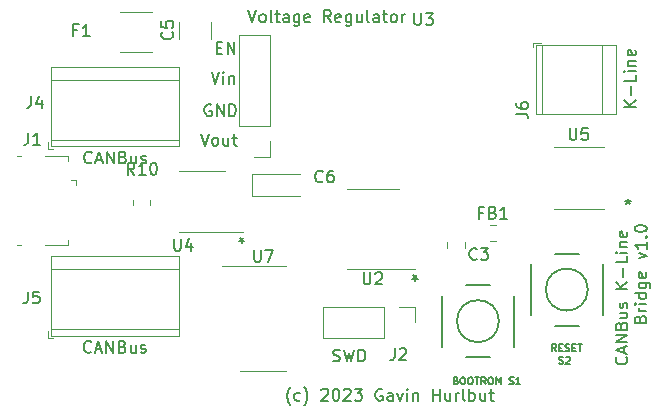
<source format=gbr>
%TF.GenerationSoftware,KiCad,Pcbnew,6.0.11-2627ca5db0~126~ubuntu22.04.1*%
%TF.CreationDate,2023-03-05T23:39:48-05:00*%
%TF.ProjectId,canbus-kline-bridge,63616e62-7573-42d6-9b6c-696e652d6272,1.0*%
%TF.SameCoordinates,Original*%
%TF.FileFunction,Legend,Top*%
%TF.FilePolarity,Positive*%
%FSLAX46Y46*%
G04 Gerber Fmt 4.6, Leading zero omitted, Abs format (unit mm)*
G04 Created by KiCad (PCBNEW 6.0.11-2627ca5db0~126~ubuntu22.04.1) date 2023-03-05 23:39:48*
%MOMM*%
%LPD*%
G01*
G04 APERTURE LIST*
%ADD10C,0.150000*%
%ADD11C,0.127000*%
%ADD12C,0.120000*%
%ADD13C,0.203200*%
G04 APERTURE END LIST*
D10*
X106742142Y-99293809D02*
X106789761Y-99341428D01*
X106837380Y-99484285D01*
X106837380Y-99579523D01*
X106789761Y-99722380D01*
X106694523Y-99817619D01*
X106599285Y-99865238D01*
X106408809Y-99912857D01*
X106265952Y-99912857D01*
X106075476Y-99865238D01*
X105980238Y-99817619D01*
X105885000Y-99722380D01*
X105837380Y-99579523D01*
X105837380Y-99484285D01*
X105885000Y-99341428D01*
X105932619Y-99293809D01*
X106551666Y-98912857D02*
X106551666Y-98436666D01*
X106837380Y-99008095D02*
X105837380Y-98674761D01*
X106837380Y-98341428D01*
X106837380Y-98008095D02*
X105837380Y-98008095D01*
X106837380Y-97436666D01*
X105837380Y-97436666D01*
X106313571Y-96627142D02*
X106361190Y-96484285D01*
X106408809Y-96436666D01*
X106504047Y-96389047D01*
X106646904Y-96389047D01*
X106742142Y-96436666D01*
X106789761Y-96484285D01*
X106837380Y-96579523D01*
X106837380Y-96960476D01*
X105837380Y-96960476D01*
X105837380Y-96627142D01*
X105885000Y-96531904D01*
X105932619Y-96484285D01*
X106027857Y-96436666D01*
X106123095Y-96436666D01*
X106218333Y-96484285D01*
X106265952Y-96531904D01*
X106313571Y-96627142D01*
X106313571Y-96960476D01*
X106170714Y-95531904D02*
X106837380Y-95531904D01*
X106170714Y-95960476D02*
X106694523Y-95960476D01*
X106789761Y-95912857D01*
X106837380Y-95817619D01*
X106837380Y-95674761D01*
X106789761Y-95579523D01*
X106742142Y-95531904D01*
X106789761Y-95103333D02*
X106837380Y-95008095D01*
X106837380Y-94817619D01*
X106789761Y-94722380D01*
X106694523Y-94674761D01*
X106646904Y-94674761D01*
X106551666Y-94722380D01*
X106504047Y-94817619D01*
X106504047Y-94960476D01*
X106456428Y-95055714D01*
X106361190Y-95103333D01*
X106313571Y-95103333D01*
X106218333Y-95055714D01*
X106170714Y-94960476D01*
X106170714Y-94817619D01*
X106218333Y-94722380D01*
X106837380Y-93484285D02*
X105837380Y-93484285D01*
X106837380Y-92912857D02*
X106265952Y-93341428D01*
X105837380Y-92912857D02*
X106408809Y-93484285D01*
X106456428Y-92484285D02*
X106456428Y-91722380D01*
X106837380Y-90770000D02*
X106837380Y-91246190D01*
X105837380Y-91246190D01*
X106837380Y-90436666D02*
X106170714Y-90436666D01*
X105837380Y-90436666D02*
X105885000Y-90484285D01*
X105932619Y-90436666D01*
X105885000Y-90389047D01*
X105837380Y-90436666D01*
X105932619Y-90436666D01*
X106170714Y-89960476D02*
X106837380Y-89960476D01*
X106265952Y-89960476D02*
X106218333Y-89912857D01*
X106170714Y-89817619D01*
X106170714Y-89674761D01*
X106218333Y-89579523D01*
X106313571Y-89531904D01*
X106837380Y-89531904D01*
X106789761Y-88674761D02*
X106837380Y-88770000D01*
X106837380Y-88960476D01*
X106789761Y-89055714D01*
X106694523Y-89103333D01*
X106313571Y-89103333D01*
X106218333Y-89055714D01*
X106170714Y-88960476D01*
X106170714Y-88770000D01*
X106218333Y-88674761D01*
X106313571Y-88627142D01*
X106408809Y-88627142D01*
X106504047Y-89103333D01*
X107923571Y-96079523D02*
X107971190Y-95936666D01*
X108018809Y-95889047D01*
X108114047Y-95841428D01*
X108256904Y-95841428D01*
X108352142Y-95889047D01*
X108399761Y-95936666D01*
X108447380Y-96031904D01*
X108447380Y-96412857D01*
X107447380Y-96412857D01*
X107447380Y-96079523D01*
X107495000Y-95984285D01*
X107542619Y-95936666D01*
X107637857Y-95889047D01*
X107733095Y-95889047D01*
X107828333Y-95936666D01*
X107875952Y-95984285D01*
X107923571Y-96079523D01*
X107923571Y-96412857D01*
X108447380Y-95412857D02*
X107780714Y-95412857D01*
X107971190Y-95412857D02*
X107875952Y-95365238D01*
X107828333Y-95317619D01*
X107780714Y-95222380D01*
X107780714Y-95127142D01*
X108447380Y-94793809D02*
X107780714Y-94793809D01*
X107447380Y-94793809D02*
X107495000Y-94841428D01*
X107542619Y-94793809D01*
X107495000Y-94746190D01*
X107447380Y-94793809D01*
X107542619Y-94793809D01*
X108447380Y-93889047D02*
X107447380Y-93889047D01*
X108399761Y-93889047D02*
X108447380Y-93984285D01*
X108447380Y-94174761D01*
X108399761Y-94270000D01*
X108352142Y-94317619D01*
X108256904Y-94365238D01*
X107971190Y-94365238D01*
X107875952Y-94317619D01*
X107828333Y-94270000D01*
X107780714Y-94174761D01*
X107780714Y-93984285D01*
X107828333Y-93889047D01*
X107780714Y-92984285D02*
X108590238Y-92984285D01*
X108685476Y-93031904D01*
X108733095Y-93079523D01*
X108780714Y-93174761D01*
X108780714Y-93317619D01*
X108733095Y-93412857D01*
X108399761Y-92984285D02*
X108447380Y-93079523D01*
X108447380Y-93270000D01*
X108399761Y-93365238D01*
X108352142Y-93412857D01*
X108256904Y-93460476D01*
X107971190Y-93460476D01*
X107875952Y-93412857D01*
X107828333Y-93365238D01*
X107780714Y-93270000D01*
X107780714Y-93079523D01*
X107828333Y-92984285D01*
X108399761Y-92127142D02*
X108447380Y-92222380D01*
X108447380Y-92412857D01*
X108399761Y-92508095D01*
X108304523Y-92555714D01*
X107923571Y-92555714D01*
X107828333Y-92508095D01*
X107780714Y-92412857D01*
X107780714Y-92222380D01*
X107828333Y-92127142D01*
X107923571Y-92079523D01*
X108018809Y-92079523D01*
X108114047Y-92555714D01*
X107805714Y-90928571D02*
X108472380Y-90690476D01*
X107805714Y-90452380D01*
X108472380Y-89547619D02*
X108472380Y-90119047D01*
X108472380Y-89833333D02*
X107472380Y-89833333D01*
X107615238Y-89928571D01*
X107710476Y-90023809D01*
X107758095Y-90119047D01*
X108377142Y-89119047D02*
X108424761Y-89071428D01*
X108472380Y-89119047D01*
X108424761Y-89166666D01*
X108377142Y-89119047D01*
X108472380Y-89119047D01*
X107472380Y-88452380D02*
X107472380Y-88357142D01*
X107520000Y-88261904D01*
X107567619Y-88214285D01*
X107662857Y-88166666D01*
X107853333Y-88119047D01*
X108091428Y-88119047D01*
X108281904Y-88166666D01*
X108377142Y-88214285D01*
X108424761Y-88261904D01*
X108472380Y-88357142D01*
X108472380Y-88452380D01*
X108424761Y-88547619D01*
X108377142Y-88595238D01*
X108281904Y-88642857D01*
X108091428Y-88690476D01*
X107853333Y-88690476D01*
X107662857Y-88642857D01*
X107567619Y-88595238D01*
X107520000Y-88547619D01*
X107472380Y-88452380D01*
X78309047Y-103363333D02*
X78261428Y-103315714D01*
X78166190Y-103172857D01*
X78118571Y-103077619D01*
X78070952Y-102934761D01*
X78023333Y-102696666D01*
X78023333Y-102506190D01*
X78070952Y-102268095D01*
X78118571Y-102125238D01*
X78166190Y-102030000D01*
X78261428Y-101887142D01*
X78309047Y-101839523D01*
X79118571Y-102934761D02*
X79023333Y-102982380D01*
X78832857Y-102982380D01*
X78737619Y-102934761D01*
X78690000Y-102887142D01*
X78642380Y-102791904D01*
X78642380Y-102506190D01*
X78690000Y-102410952D01*
X78737619Y-102363333D01*
X78832857Y-102315714D01*
X79023333Y-102315714D01*
X79118571Y-102363333D01*
X79451904Y-103363333D02*
X79499523Y-103315714D01*
X79594761Y-103172857D01*
X79642380Y-103077619D01*
X79690000Y-102934761D01*
X79737619Y-102696666D01*
X79737619Y-102506190D01*
X79690000Y-102268095D01*
X79642380Y-102125238D01*
X79594761Y-102030000D01*
X79499523Y-101887142D01*
X79451904Y-101839523D01*
X80928095Y-102077619D02*
X80975714Y-102030000D01*
X81070952Y-101982380D01*
X81309047Y-101982380D01*
X81404285Y-102030000D01*
X81451904Y-102077619D01*
X81499523Y-102172857D01*
X81499523Y-102268095D01*
X81451904Y-102410952D01*
X80880476Y-102982380D01*
X81499523Y-102982380D01*
X82118571Y-101982380D02*
X82213809Y-101982380D01*
X82309047Y-102030000D01*
X82356666Y-102077619D01*
X82404285Y-102172857D01*
X82451904Y-102363333D01*
X82451904Y-102601428D01*
X82404285Y-102791904D01*
X82356666Y-102887142D01*
X82309047Y-102934761D01*
X82213809Y-102982380D01*
X82118571Y-102982380D01*
X82023333Y-102934761D01*
X81975714Y-102887142D01*
X81928095Y-102791904D01*
X81880476Y-102601428D01*
X81880476Y-102363333D01*
X81928095Y-102172857D01*
X81975714Y-102077619D01*
X82023333Y-102030000D01*
X82118571Y-101982380D01*
X82832857Y-102077619D02*
X82880476Y-102030000D01*
X82975714Y-101982380D01*
X83213809Y-101982380D01*
X83309047Y-102030000D01*
X83356666Y-102077619D01*
X83404285Y-102172857D01*
X83404285Y-102268095D01*
X83356666Y-102410952D01*
X82785238Y-102982380D01*
X83404285Y-102982380D01*
X83737619Y-101982380D02*
X84356666Y-101982380D01*
X84023333Y-102363333D01*
X84166190Y-102363333D01*
X84261428Y-102410952D01*
X84309047Y-102458571D01*
X84356666Y-102553809D01*
X84356666Y-102791904D01*
X84309047Y-102887142D01*
X84261428Y-102934761D01*
X84166190Y-102982380D01*
X83880476Y-102982380D01*
X83785238Y-102934761D01*
X83737619Y-102887142D01*
X86070952Y-102030000D02*
X85975714Y-101982380D01*
X85832857Y-101982380D01*
X85690000Y-102030000D01*
X85594761Y-102125238D01*
X85547142Y-102220476D01*
X85499523Y-102410952D01*
X85499523Y-102553809D01*
X85547142Y-102744285D01*
X85594761Y-102839523D01*
X85690000Y-102934761D01*
X85832857Y-102982380D01*
X85928095Y-102982380D01*
X86070952Y-102934761D01*
X86118571Y-102887142D01*
X86118571Y-102553809D01*
X85928095Y-102553809D01*
X86975714Y-102982380D02*
X86975714Y-102458571D01*
X86928095Y-102363333D01*
X86832857Y-102315714D01*
X86642380Y-102315714D01*
X86547142Y-102363333D01*
X86975714Y-102934761D02*
X86880476Y-102982380D01*
X86642380Y-102982380D01*
X86547142Y-102934761D01*
X86499523Y-102839523D01*
X86499523Y-102744285D01*
X86547142Y-102649047D01*
X86642380Y-102601428D01*
X86880476Y-102601428D01*
X86975714Y-102553809D01*
X87356666Y-102315714D02*
X87594761Y-102982380D01*
X87832857Y-102315714D01*
X88213809Y-102982380D02*
X88213809Y-102315714D01*
X88213809Y-101982380D02*
X88166190Y-102030000D01*
X88213809Y-102077619D01*
X88261428Y-102030000D01*
X88213809Y-101982380D01*
X88213809Y-102077619D01*
X88690000Y-102315714D02*
X88690000Y-102982380D01*
X88690000Y-102410952D02*
X88737619Y-102363333D01*
X88832857Y-102315714D01*
X88975714Y-102315714D01*
X89070952Y-102363333D01*
X89118571Y-102458571D01*
X89118571Y-102982380D01*
X90356666Y-102982380D02*
X90356666Y-101982380D01*
X90356666Y-102458571D02*
X90928095Y-102458571D01*
X90928095Y-102982380D02*
X90928095Y-101982380D01*
X91832857Y-102315714D02*
X91832857Y-102982380D01*
X91404285Y-102315714D02*
X91404285Y-102839523D01*
X91451904Y-102934761D01*
X91547142Y-102982380D01*
X91690000Y-102982380D01*
X91785238Y-102934761D01*
X91832857Y-102887142D01*
X92309047Y-102982380D02*
X92309047Y-102315714D01*
X92309047Y-102506190D02*
X92356666Y-102410952D01*
X92404285Y-102363333D01*
X92499523Y-102315714D01*
X92594761Y-102315714D01*
X93070952Y-102982380D02*
X92975714Y-102934761D01*
X92928095Y-102839523D01*
X92928095Y-101982380D01*
X93451904Y-102982380D02*
X93451904Y-101982380D01*
X93451904Y-102363333D02*
X93547142Y-102315714D01*
X93737619Y-102315714D01*
X93832857Y-102363333D01*
X93880476Y-102410952D01*
X93928095Y-102506190D01*
X93928095Y-102791904D01*
X93880476Y-102887142D01*
X93832857Y-102934761D01*
X93737619Y-102982380D01*
X93547142Y-102982380D01*
X93451904Y-102934761D01*
X94785238Y-102315714D02*
X94785238Y-102982380D01*
X94356666Y-102315714D02*
X94356666Y-102839523D01*
X94404285Y-102934761D01*
X94499523Y-102982380D01*
X94642380Y-102982380D01*
X94737619Y-102934761D01*
X94785238Y-102887142D01*
X95118571Y-102315714D02*
X95499523Y-102315714D01*
X95261428Y-101982380D02*
X95261428Y-102839523D01*
X95309047Y-102934761D01*
X95404285Y-102982380D01*
X95499523Y-102982380D01*
%TO.C,U7*%
X75233095Y-90212380D02*
X75233095Y-91021904D01*
X75280714Y-91117142D01*
X75328333Y-91164761D01*
X75423571Y-91212380D01*
X75614047Y-91212380D01*
X75709285Y-91164761D01*
X75756904Y-91117142D01*
X75804523Y-91021904D01*
X75804523Y-90212380D01*
X76185476Y-90212380D02*
X76852142Y-90212380D01*
X76423571Y-91212380D01*
%TO.C,U5*%
X101947295Y-79904780D02*
X101947295Y-80714304D01*
X101994914Y-80809542D01*
X102042533Y-80857161D01*
X102137771Y-80904780D01*
X102328247Y-80904780D01*
X102423485Y-80857161D01*
X102471104Y-80809542D01*
X102518723Y-80714304D01*
X102518723Y-79904780D01*
X103471104Y-79904780D02*
X102994914Y-79904780D01*
X102947295Y-80380971D01*
X102994914Y-80333352D01*
X103090152Y-80285733D01*
X103328247Y-80285733D01*
X103423485Y-80333352D01*
X103471104Y-80380971D01*
X103518723Y-80476209D01*
X103518723Y-80714304D01*
X103471104Y-80809542D01*
X103423485Y-80857161D01*
X103328247Y-80904780D01*
X103090152Y-80904780D01*
X102994914Y-80857161D01*
X102947295Y-80809542D01*
X106900200Y-85899180D02*
X106900200Y-86137276D01*
X106662104Y-86042038D02*
X106900200Y-86137276D01*
X107138295Y-86042038D01*
X106757342Y-86327752D02*
X106900200Y-86137276D01*
X107043057Y-86327752D01*
X106900200Y-85899180D02*
X106900200Y-86137276D01*
X106662104Y-86042038D02*
X106900200Y-86137276D01*
X107138295Y-86042038D01*
X106757342Y-86327752D02*
X106900200Y-86137276D01*
X107043057Y-86327752D01*
%TO.C,U3*%
X88788095Y-70177380D02*
X88788095Y-70986904D01*
X88835714Y-71082142D01*
X88883333Y-71129761D01*
X88978571Y-71177380D01*
X89169047Y-71177380D01*
X89264285Y-71129761D01*
X89311904Y-71082142D01*
X89359523Y-70986904D01*
X89359523Y-70177380D01*
X89740476Y-70177380D02*
X90359523Y-70177380D01*
X90026190Y-70558333D01*
X90169047Y-70558333D01*
X90264285Y-70605952D01*
X90311904Y-70653571D01*
X90359523Y-70748809D01*
X90359523Y-70986904D01*
X90311904Y-71082142D01*
X90264285Y-71129761D01*
X90169047Y-71177380D01*
X89883333Y-71177380D01*
X89788095Y-71129761D01*
X89740476Y-71082142D01*
X74732142Y-69927380D02*
X75065476Y-70927380D01*
X75398809Y-69927380D01*
X75875000Y-70927380D02*
X75779761Y-70879761D01*
X75732142Y-70832142D01*
X75684523Y-70736904D01*
X75684523Y-70451190D01*
X75732142Y-70355952D01*
X75779761Y-70308333D01*
X75875000Y-70260714D01*
X76017857Y-70260714D01*
X76113095Y-70308333D01*
X76160714Y-70355952D01*
X76208333Y-70451190D01*
X76208333Y-70736904D01*
X76160714Y-70832142D01*
X76113095Y-70879761D01*
X76017857Y-70927380D01*
X75875000Y-70927380D01*
X76779761Y-70927380D02*
X76684523Y-70879761D01*
X76636904Y-70784523D01*
X76636904Y-69927380D01*
X77017857Y-70260714D02*
X77398809Y-70260714D01*
X77160714Y-69927380D02*
X77160714Y-70784523D01*
X77208333Y-70879761D01*
X77303571Y-70927380D01*
X77398809Y-70927380D01*
X78160714Y-70927380D02*
X78160714Y-70403571D01*
X78113095Y-70308333D01*
X78017857Y-70260714D01*
X77827380Y-70260714D01*
X77732142Y-70308333D01*
X78160714Y-70879761D02*
X78065476Y-70927380D01*
X77827380Y-70927380D01*
X77732142Y-70879761D01*
X77684523Y-70784523D01*
X77684523Y-70689285D01*
X77732142Y-70594047D01*
X77827380Y-70546428D01*
X78065476Y-70546428D01*
X78160714Y-70498809D01*
X79065476Y-70260714D02*
X79065476Y-71070238D01*
X79017857Y-71165476D01*
X78970238Y-71213095D01*
X78875000Y-71260714D01*
X78732142Y-71260714D01*
X78636904Y-71213095D01*
X79065476Y-70879761D02*
X78970238Y-70927380D01*
X78779761Y-70927380D01*
X78684523Y-70879761D01*
X78636904Y-70832142D01*
X78589285Y-70736904D01*
X78589285Y-70451190D01*
X78636904Y-70355952D01*
X78684523Y-70308333D01*
X78779761Y-70260714D01*
X78970238Y-70260714D01*
X79065476Y-70308333D01*
X79922619Y-70879761D02*
X79827380Y-70927380D01*
X79636904Y-70927380D01*
X79541666Y-70879761D01*
X79494047Y-70784523D01*
X79494047Y-70403571D01*
X79541666Y-70308333D01*
X79636904Y-70260714D01*
X79827380Y-70260714D01*
X79922619Y-70308333D01*
X79970238Y-70403571D01*
X79970238Y-70498809D01*
X79494047Y-70594047D01*
X81732142Y-70927380D02*
X81398809Y-70451190D01*
X81160714Y-70927380D02*
X81160714Y-69927380D01*
X81541666Y-69927380D01*
X81636904Y-69975000D01*
X81684523Y-70022619D01*
X81732142Y-70117857D01*
X81732142Y-70260714D01*
X81684523Y-70355952D01*
X81636904Y-70403571D01*
X81541666Y-70451190D01*
X81160714Y-70451190D01*
X82541666Y-70879761D02*
X82446428Y-70927380D01*
X82255952Y-70927380D01*
X82160714Y-70879761D01*
X82113095Y-70784523D01*
X82113095Y-70403571D01*
X82160714Y-70308333D01*
X82255952Y-70260714D01*
X82446428Y-70260714D01*
X82541666Y-70308333D01*
X82589285Y-70403571D01*
X82589285Y-70498809D01*
X82113095Y-70594047D01*
X83446428Y-70260714D02*
X83446428Y-71070238D01*
X83398809Y-71165476D01*
X83351190Y-71213095D01*
X83255952Y-71260714D01*
X83113095Y-71260714D01*
X83017857Y-71213095D01*
X83446428Y-70879761D02*
X83351190Y-70927380D01*
X83160714Y-70927380D01*
X83065476Y-70879761D01*
X83017857Y-70832142D01*
X82970238Y-70736904D01*
X82970238Y-70451190D01*
X83017857Y-70355952D01*
X83065476Y-70308333D01*
X83160714Y-70260714D01*
X83351190Y-70260714D01*
X83446428Y-70308333D01*
X84351190Y-70260714D02*
X84351190Y-70927380D01*
X83922619Y-70260714D02*
X83922619Y-70784523D01*
X83970238Y-70879761D01*
X84065476Y-70927380D01*
X84208333Y-70927380D01*
X84303571Y-70879761D01*
X84351190Y-70832142D01*
X84970238Y-70927380D02*
X84875000Y-70879761D01*
X84827380Y-70784523D01*
X84827380Y-69927380D01*
X85779761Y-70927380D02*
X85779761Y-70403571D01*
X85732142Y-70308333D01*
X85636904Y-70260714D01*
X85446428Y-70260714D01*
X85351190Y-70308333D01*
X85779761Y-70879761D02*
X85684523Y-70927380D01*
X85446428Y-70927380D01*
X85351190Y-70879761D01*
X85303571Y-70784523D01*
X85303571Y-70689285D01*
X85351190Y-70594047D01*
X85446428Y-70546428D01*
X85684523Y-70546428D01*
X85779761Y-70498809D01*
X86113095Y-70260714D02*
X86494047Y-70260714D01*
X86255952Y-69927380D02*
X86255952Y-70784523D01*
X86303571Y-70879761D01*
X86398809Y-70927380D01*
X86494047Y-70927380D01*
X86970238Y-70927380D02*
X86875000Y-70879761D01*
X86827380Y-70832142D01*
X86779761Y-70736904D01*
X86779761Y-70451190D01*
X86827380Y-70355952D01*
X86875000Y-70308333D01*
X86970238Y-70260714D01*
X87113095Y-70260714D01*
X87208333Y-70308333D01*
X87255952Y-70355952D01*
X87303571Y-70451190D01*
X87303571Y-70736904D01*
X87255952Y-70832142D01*
X87208333Y-70879761D01*
X87113095Y-70927380D01*
X86970238Y-70927380D01*
X87732142Y-70927380D02*
X87732142Y-70260714D01*
X87732142Y-70451190D02*
X87779761Y-70355952D01*
X87827380Y-70308333D01*
X87922619Y-70260714D01*
X88017857Y-70260714D01*
X72073104Y-73103771D02*
X72406438Y-73103771D01*
X72549295Y-73627580D02*
X72073104Y-73627580D01*
X72073104Y-72627580D01*
X72549295Y-72627580D01*
X72977866Y-73627580D02*
X72977866Y-72627580D01*
X73549295Y-73627580D01*
X73549295Y-72627580D01*
X71592095Y-77933000D02*
X71496857Y-77885380D01*
X71354000Y-77885380D01*
X71211142Y-77933000D01*
X71115904Y-78028238D01*
X71068285Y-78123476D01*
X71020666Y-78313952D01*
X71020666Y-78456809D01*
X71068285Y-78647285D01*
X71115904Y-78742523D01*
X71211142Y-78837761D01*
X71354000Y-78885380D01*
X71449238Y-78885380D01*
X71592095Y-78837761D01*
X71639714Y-78790142D01*
X71639714Y-78456809D01*
X71449238Y-78456809D01*
X72068285Y-78885380D02*
X72068285Y-77885380D01*
X72639714Y-78885380D01*
X72639714Y-77885380D01*
X73115904Y-78885380D02*
X73115904Y-77885380D01*
X73354000Y-77885380D01*
X73496857Y-77933000D01*
X73592095Y-78028238D01*
X73639714Y-78123476D01*
X73687333Y-78313952D01*
X73687333Y-78456809D01*
X73639714Y-78647285D01*
X73592095Y-78742523D01*
X73496857Y-78837761D01*
X73354000Y-78885380D01*
X73115904Y-78885380D01*
X71623490Y-75129980D02*
X71956823Y-76129980D01*
X72290157Y-75129980D01*
X72623490Y-76129980D02*
X72623490Y-75463314D01*
X72623490Y-75129980D02*
X72575871Y-75177600D01*
X72623490Y-75225219D01*
X72671109Y-75177600D01*
X72623490Y-75129980D01*
X72623490Y-75225219D01*
X73099680Y-75463314D02*
X73099680Y-76129980D01*
X73099680Y-75558552D02*
X73147300Y-75510933D01*
X73242538Y-75463314D01*
X73385395Y-75463314D01*
X73480633Y-75510933D01*
X73528252Y-75606171D01*
X73528252Y-76129980D01*
X70723490Y-80379980D02*
X71056823Y-81379980D01*
X71390157Y-80379980D01*
X71866347Y-81379980D02*
X71771109Y-81332361D01*
X71723490Y-81284742D01*
X71675871Y-81189504D01*
X71675871Y-80903790D01*
X71723490Y-80808552D01*
X71771109Y-80760933D01*
X71866347Y-80713314D01*
X72009204Y-80713314D01*
X72104442Y-80760933D01*
X72152061Y-80808552D01*
X72199680Y-80903790D01*
X72199680Y-81189504D01*
X72152061Y-81284742D01*
X72104442Y-81332361D01*
X72009204Y-81379980D01*
X71866347Y-81379980D01*
X73056823Y-80713314D02*
X73056823Y-81379980D01*
X72628252Y-80713314D02*
X72628252Y-81237123D01*
X72675871Y-81332361D01*
X72771109Y-81379980D01*
X72913966Y-81379980D01*
X73009204Y-81332361D01*
X73056823Y-81284742D01*
X73390157Y-80713314D02*
X73771109Y-80713314D01*
X73533014Y-80379980D02*
X73533014Y-81237123D01*
X73580633Y-81332361D01*
X73675871Y-81379980D01*
X73771109Y-81379980D01*
%TO.C,J6*%
X97412380Y-78693333D02*
X98126666Y-78693333D01*
X98269523Y-78740952D01*
X98364761Y-78836190D01*
X98412380Y-78979047D01*
X98412380Y-79074285D01*
X97412380Y-77788571D02*
X97412380Y-77979047D01*
X97460000Y-78074285D01*
X97507619Y-78121904D01*
X97650476Y-78217142D01*
X97840952Y-78264761D01*
X98221904Y-78264761D01*
X98317142Y-78217142D01*
X98364761Y-78169523D01*
X98412380Y-78074285D01*
X98412380Y-77883809D01*
X98364761Y-77788571D01*
X98317142Y-77740952D01*
X98221904Y-77693333D01*
X97983809Y-77693333D01*
X97888571Y-77740952D01*
X97840952Y-77788571D01*
X97793333Y-77883809D01*
X97793333Y-78074285D01*
X97840952Y-78169523D01*
X97888571Y-78217142D01*
X97983809Y-78264761D01*
X107532380Y-78134761D02*
X106532380Y-78134761D01*
X107532380Y-77563333D02*
X106960952Y-77991904D01*
X106532380Y-77563333D02*
X107103809Y-78134761D01*
X107151428Y-77134761D02*
X107151428Y-76372857D01*
X107532380Y-75420476D02*
X107532380Y-75896666D01*
X106532380Y-75896666D01*
X107532380Y-75087142D02*
X106865714Y-75087142D01*
X106532380Y-75087142D02*
X106580000Y-75134761D01*
X106627619Y-75087142D01*
X106580000Y-75039523D01*
X106532380Y-75087142D01*
X106627619Y-75087142D01*
X106865714Y-74610952D02*
X107532380Y-74610952D01*
X106960952Y-74610952D02*
X106913333Y-74563333D01*
X106865714Y-74468095D01*
X106865714Y-74325238D01*
X106913333Y-74230000D01*
X107008571Y-74182380D01*
X107532380Y-74182380D01*
X107484761Y-73325238D02*
X107532380Y-73420476D01*
X107532380Y-73610952D01*
X107484761Y-73706190D01*
X107389523Y-73753809D01*
X107008571Y-73753809D01*
X106913333Y-73706190D01*
X106865714Y-73610952D01*
X106865714Y-73420476D01*
X106913333Y-73325238D01*
X107008571Y-73277619D01*
X107103809Y-73277619D01*
X107199047Y-73753809D01*
%TO.C,J5*%
X56066666Y-93752380D02*
X56066666Y-94466666D01*
X56019047Y-94609523D01*
X55923809Y-94704761D01*
X55780952Y-94752380D01*
X55685714Y-94752380D01*
X57019047Y-93752380D02*
X56542857Y-93752380D01*
X56495238Y-94228571D01*
X56542857Y-94180952D01*
X56638095Y-94133333D01*
X56876190Y-94133333D01*
X56971428Y-94180952D01*
X57019047Y-94228571D01*
X57066666Y-94323809D01*
X57066666Y-94561904D01*
X57019047Y-94657142D01*
X56971428Y-94704761D01*
X56876190Y-94752380D01*
X56638095Y-94752380D01*
X56542857Y-94704761D01*
X56495238Y-94657142D01*
X61435000Y-98827142D02*
X61387380Y-98874761D01*
X61244523Y-98922380D01*
X61149285Y-98922380D01*
X61006428Y-98874761D01*
X60911190Y-98779523D01*
X60863571Y-98684285D01*
X60815952Y-98493809D01*
X60815952Y-98350952D01*
X60863571Y-98160476D01*
X60911190Y-98065238D01*
X61006428Y-97970000D01*
X61149285Y-97922380D01*
X61244523Y-97922380D01*
X61387380Y-97970000D01*
X61435000Y-98017619D01*
X61815952Y-98636666D02*
X62292142Y-98636666D01*
X61720714Y-98922380D02*
X62054047Y-97922380D01*
X62387380Y-98922380D01*
X62720714Y-98922380D02*
X62720714Y-97922380D01*
X63292142Y-98922380D01*
X63292142Y-97922380D01*
X64101666Y-98398571D02*
X64244523Y-98446190D01*
X64292142Y-98493809D01*
X64339761Y-98589047D01*
X64339761Y-98731904D01*
X64292142Y-98827142D01*
X64244523Y-98874761D01*
X64149285Y-98922380D01*
X63768333Y-98922380D01*
X63768333Y-97922380D01*
X64101666Y-97922380D01*
X64196904Y-97970000D01*
X64244523Y-98017619D01*
X64292142Y-98112857D01*
X64292142Y-98208095D01*
X64244523Y-98303333D01*
X64196904Y-98350952D01*
X64101666Y-98398571D01*
X63768333Y-98398571D01*
X65196904Y-98255714D02*
X65196904Y-98922380D01*
X64768333Y-98255714D02*
X64768333Y-98779523D01*
X64815952Y-98874761D01*
X64911190Y-98922380D01*
X65054047Y-98922380D01*
X65149285Y-98874761D01*
X65196904Y-98827142D01*
X65625476Y-98874761D02*
X65720714Y-98922380D01*
X65911190Y-98922380D01*
X66006428Y-98874761D01*
X66054047Y-98779523D01*
X66054047Y-98731904D01*
X66006428Y-98636666D01*
X65911190Y-98589047D01*
X65768333Y-98589047D01*
X65673095Y-98541428D01*
X65625476Y-98446190D01*
X65625476Y-98398571D01*
X65673095Y-98303333D01*
X65768333Y-98255714D01*
X65911190Y-98255714D01*
X66006428Y-98303333D01*
%TO.C,J2*%
X87116666Y-98552380D02*
X87116666Y-99266666D01*
X87069047Y-99409523D01*
X86973809Y-99504761D01*
X86830952Y-99552380D01*
X86735714Y-99552380D01*
X87545238Y-98647619D02*
X87592857Y-98600000D01*
X87688095Y-98552380D01*
X87926190Y-98552380D01*
X88021428Y-98600000D01*
X88069047Y-98647619D01*
X88116666Y-98742857D01*
X88116666Y-98838095D01*
X88069047Y-98980952D01*
X87497619Y-99552380D01*
X88116666Y-99552380D01*
X81917857Y-99604761D02*
X82060714Y-99652380D01*
X82298809Y-99652380D01*
X82394047Y-99604761D01*
X82441666Y-99557142D01*
X82489285Y-99461904D01*
X82489285Y-99366666D01*
X82441666Y-99271428D01*
X82394047Y-99223809D01*
X82298809Y-99176190D01*
X82108333Y-99128571D01*
X82013095Y-99080952D01*
X81965476Y-99033333D01*
X81917857Y-98938095D01*
X81917857Y-98842857D01*
X81965476Y-98747619D01*
X82013095Y-98700000D01*
X82108333Y-98652380D01*
X82346428Y-98652380D01*
X82489285Y-98700000D01*
X82822619Y-98652380D02*
X83060714Y-99652380D01*
X83251190Y-98938095D01*
X83441666Y-99652380D01*
X83679761Y-98652380D01*
X84060714Y-99652380D02*
X84060714Y-98652380D01*
X84298809Y-98652380D01*
X84441666Y-98700000D01*
X84536904Y-98795238D01*
X84584523Y-98890476D01*
X84632142Y-99080952D01*
X84632142Y-99223809D01*
X84584523Y-99414285D01*
X84536904Y-99509523D01*
X84441666Y-99604761D01*
X84298809Y-99652380D01*
X84060714Y-99652380D01*
%TO.C,R10*%
X65082142Y-83852380D02*
X64748809Y-83376190D01*
X64510714Y-83852380D02*
X64510714Y-82852380D01*
X64891666Y-82852380D01*
X64986904Y-82900000D01*
X65034523Y-82947619D01*
X65082142Y-83042857D01*
X65082142Y-83185714D01*
X65034523Y-83280952D01*
X64986904Y-83328571D01*
X64891666Y-83376190D01*
X64510714Y-83376190D01*
X66034523Y-83852380D02*
X65463095Y-83852380D01*
X65748809Y-83852380D02*
X65748809Y-82852380D01*
X65653571Y-82995238D01*
X65558333Y-83090476D01*
X65463095Y-83138095D01*
X66653571Y-82852380D02*
X66748809Y-82852380D01*
X66844047Y-82900000D01*
X66891666Y-82947619D01*
X66939285Y-83042857D01*
X66986904Y-83233333D01*
X66986904Y-83471428D01*
X66939285Y-83661904D01*
X66891666Y-83757142D01*
X66844047Y-83804761D01*
X66748809Y-83852380D01*
X66653571Y-83852380D01*
X66558333Y-83804761D01*
X66510714Y-83757142D01*
X66463095Y-83661904D01*
X66415476Y-83471428D01*
X66415476Y-83233333D01*
X66463095Y-83042857D01*
X66510714Y-82947619D01*
X66558333Y-82900000D01*
X66653571Y-82852380D01*
%TO.C,C3*%
X94083333Y-90957142D02*
X94035714Y-91004761D01*
X93892857Y-91052380D01*
X93797619Y-91052380D01*
X93654761Y-91004761D01*
X93559523Y-90909523D01*
X93511904Y-90814285D01*
X93464285Y-90623809D01*
X93464285Y-90480952D01*
X93511904Y-90290476D01*
X93559523Y-90195238D01*
X93654761Y-90100000D01*
X93797619Y-90052380D01*
X93892857Y-90052380D01*
X94035714Y-90100000D01*
X94083333Y-90147619D01*
X94416666Y-90052380D02*
X95035714Y-90052380D01*
X94702380Y-90433333D01*
X94845238Y-90433333D01*
X94940476Y-90480952D01*
X94988095Y-90528571D01*
X95035714Y-90623809D01*
X95035714Y-90861904D01*
X94988095Y-90957142D01*
X94940476Y-91004761D01*
X94845238Y-91052380D01*
X94559523Y-91052380D01*
X94464285Y-91004761D01*
X94416666Y-90957142D01*
D11*
%TO.C,S1*%
X96845542Y-101566742D02*
X96932628Y-101595771D01*
X97077771Y-101595771D01*
X97135828Y-101566742D01*
X97164857Y-101537714D01*
X97193885Y-101479657D01*
X97193885Y-101421600D01*
X97164857Y-101363542D01*
X97135828Y-101334514D01*
X97077771Y-101305485D01*
X96961657Y-101276457D01*
X96903600Y-101247428D01*
X96874571Y-101218400D01*
X96845542Y-101160342D01*
X96845542Y-101102285D01*
X96874571Y-101044228D01*
X96903600Y-101015200D01*
X96961657Y-100986171D01*
X97106800Y-100986171D01*
X97193885Y-101015200D01*
X97774457Y-101595771D02*
X97426114Y-101595771D01*
X97600285Y-101595771D02*
X97600285Y-100986171D01*
X97542228Y-101073257D01*
X97484171Y-101131314D01*
X97426114Y-101160342D01*
X92325228Y-101281457D02*
X92412314Y-101310485D01*
X92441342Y-101339514D01*
X92470371Y-101397571D01*
X92470371Y-101484657D01*
X92441342Y-101542714D01*
X92412314Y-101571742D01*
X92354257Y-101600771D01*
X92122028Y-101600771D01*
X92122028Y-100991171D01*
X92325228Y-100991171D01*
X92383285Y-101020200D01*
X92412314Y-101049228D01*
X92441342Y-101107285D01*
X92441342Y-101165342D01*
X92412314Y-101223400D01*
X92383285Y-101252428D01*
X92325228Y-101281457D01*
X92122028Y-101281457D01*
X92847742Y-100991171D02*
X92963857Y-100991171D01*
X93021914Y-101020200D01*
X93079971Y-101078257D01*
X93109000Y-101194371D01*
X93109000Y-101397571D01*
X93079971Y-101513685D01*
X93021914Y-101571742D01*
X92963857Y-101600771D01*
X92847742Y-101600771D01*
X92789685Y-101571742D01*
X92731628Y-101513685D01*
X92702600Y-101397571D01*
X92702600Y-101194371D01*
X92731628Y-101078257D01*
X92789685Y-101020200D01*
X92847742Y-100991171D01*
X93486371Y-100991171D02*
X93602485Y-100991171D01*
X93660542Y-101020200D01*
X93718600Y-101078257D01*
X93747628Y-101194371D01*
X93747628Y-101397571D01*
X93718600Y-101513685D01*
X93660542Y-101571742D01*
X93602485Y-101600771D01*
X93486371Y-101600771D01*
X93428314Y-101571742D01*
X93370257Y-101513685D01*
X93341228Y-101397571D01*
X93341228Y-101194371D01*
X93370257Y-101078257D01*
X93428314Y-101020200D01*
X93486371Y-100991171D01*
X93921800Y-100991171D02*
X94270142Y-100991171D01*
X94095971Y-101600771D02*
X94095971Y-100991171D01*
X94821685Y-101600771D02*
X94618485Y-101310485D01*
X94473342Y-101600771D02*
X94473342Y-100991171D01*
X94705571Y-100991171D01*
X94763628Y-101020200D01*
X94792657Y-101049228D01*
X94821685Y-101107285D01*
X94821685Y-101194371D01*
X94792657Y-101252428D01*
X94763628Y-101281457D01*
X94705571Y-101310485D01*
X94473342Y-101310485D01*
X95199057Y-100991171D02*
X95315171Y-100991171D01*
X95373228Y-101020200D01*
X95431285Y-101078257D01*
X95460314Y-101194371D01*
X95460314Y-101397571D01*
X95431285Y-101513685D01*
X95373228Y-101571742D01*
X95315171Y-101600771D01*
X95199057Y-101600771D01*
X95141000Y-101571742D01*
X95082942Y-101513685D01*
X95053914Y-101397571D01*
X95053914Y-101194371D01*
X95082942Y-101078257D01*
X95141000Y-101020200D01*
X95199057Y-100991171D01*
X95721571Y-101600771D02*
X95721571Y-100991171D01*
X95924771Y-101426600D01*
X96127971Y-100991171D01*
X96127971Y-101600771D01*
D10*
%TO.C,F1*%
X60266666Y-71603571D02*
X59933333Y-71603571D01*
X59933333Y-72127380D02*
X59933333Y-71127380D01*
X60409523Y-71127380D01*
X61314285Y-72127380D02*
X60742857Y-72127380D01*
X61028571Y-72127380D02*
X61028571Y-71127380D01*
X60933333Y-71270238D01*
X60838095Y-71365476D01*
X60742857Y-71413095D01*
%TO.C,C6*%
X81033333Y-84407142D02*
X80985714Y-84454761D01*
X80842857Y-84502380D01*
X80747619Y-84502380D01*
X80604761Y-84454761D01*
X80509523Y-84359523D01*
X80461904Y-84264285D01*
X80414285Y-84073809D01*
X80414285Y-83930952D01*
X80461904Y-83740476D01*
X80509523Y-83645238D01*
X80604761Y-83550000D01*
X80747619Y-83502380D01*
X80842857Y-83502380D01*
X80985714Y-83550000D01*
X81033333Y-83597619D01*
X81890476Y-83502380D02*
X81700000Y-83502380D01*
X81604761Y-83550000D01*
X81557142Y-83597619D01*
X81461904Y-83740476D01*
X81414285Y-83930952D01*
X81414285Y-84311904D01*
X81461904Y-84407142D01*
X81509523Y-84454761D01*
X81604761Y-84502380D01*
X81795238Y-84502380D01*
X81890476Y-84454761D01*
X81938095Y-84407142D01*
X81985714Y-84311904D01*
X81985714Y-84073809D01*
X81938095Y-83978571D01*
X81890476Y-83930952D01*
X81795238Y-83883333D01*
X81604761Y-83883333D01*
X81509523Y-83930952D01*
X81461904Y-83978571D01*
X81414285Y-84073809D01*
%TO.C,J4*%
X56341666Y-77202380D02*
X56341666Y-77916666D01*
X56294047Y-78059523D01*
X56198809Y-78154761D01*
X56055952Y-78202380D01*
X55960714Y-78202380D01*
X57246428Y-77535714D02*
X57246428Y-78202380D01*
X57008333Y-77154761D02*
X56770238Y-77869047D01*
X57389285Y-77869047D01*
X61470000Y-82802142D02*
X61422380Y-82849761D01*
X61279523Y-82897380D01*
X61184285Y-82897380D01*
X61041428Y-82849761D01*
X60946190Y-82754523D01*
X60898571Y-82659285D01*
X60850952Y-82468809D01*
X60850952Y-82325952D01*
X60898571Y-82135476D01*
X60946190Y-82040238D01*
X61041428Y-81945000D01*
X61184285Y-81897380D01*
X61279523Y-81897380D01*
X61422380Y-81945000D01*
X61470000Y-81992619D01*
X61850952Y-82611666D02*
X62327142Y-82611666D01*
X61755714Y-82897380D02*
X62089047Y-81897380D01*
X62422380Y-82897380D01*
X62755714Y-82897380D02*
X62755714Y-81897380D01*
X63327142Y-82897380D01*
X63327142Y-81897380D01*
X64136666Y-82373571D02*
X64279523Y-82421190D01*
X64327142Y-82468809D01*
X64374761Y-82564047D01*
X64374761Y-82706904D01*
X64327142Y-82802142D01*
X64279523Y-82849761D01*
X64184285Y-82897380D01*
X63803333Y-82897380D01*
X63803333Y-81897380D01*
X64136666Y-81897380D01*
X64231904Y-81945000D01*
X64279523Y-81992619D01*
X64327142Y-82087857D01*
X64327142Y-82183095D01*
X64279523Y-82278333D01*
X64231904Y-82325952D01*
X64136666Y-82373571D01*
X63803333Y-82373571D01*
X65231904Y-82230714D02*
X65231904Y-82897380D01*
X64803333Y-82230714D02*
X64803333Y-82754523D01*
X64850952Y-82849761D01*
X64946190Y-82897380D01*
X65089047Y-82897380D01*
X65184285Y-82849761D01*
X65231904Y-82802142D01*
X65660476Y-82849761D02*
X65755714Y-82897380D01*
X65946190Y-82897380D01*
X66041428Y-82849761D01*
X66089047Y-82754523D01*
X66089047Y-82706904D01*
X66041428Y-82611666D01*
X65946190Y-82564047D01*
X65803333Y-82564047D01*
X65708095Y-82516428D01*
X65660476Y-82421190D01*
X65660476Y-82373571D01*
X65708095Y-82278333D01*
X65803333Y-82230714D01*
X65946190Y-82230714D01*
X66041428Y-82278333D01*
%TO.C,C5*%
X68282142Y-71779166D02*
X68329761Y-71826785D01*
X68377380Y-71969642D01*
X68377380Y-72064880D01*
X68329761Y-72207738D01*
X68234523Y-72302976D01*
X68139285Y-72350595D01*
X67948809Y-72398214D01*
X67805952Y-72398214D01*
X67615476Y-72350595D01*
X67520238Y-72302976D01*
X67425000Y-72207738D01*
X67377380Y-72064880D01*
X67377380Y-71969642D01*
X67425000Y-71826785D01*
X67472619Y-71779166D01*
X67377380Y-70874404D02*
X67377380Y-71350595D01*
X67853571Y-71398214D01*
X67805952Y-71350595D01*
X67758333Y-71255357D01*
X67758333Y-71017261D01*
X67805952Y-70922023D01*
X67853571Y-70874404D01*
X67948809Y-70826785D01*
X68186904Y-70826785D01*
X68282142Y-70874404D01*
X68329761Y-70922023D01*
X68377380Y-71017261D01*
X68377380Y-71255357D01*
X68329761Y-71350595D01*
X68282142Y-71398214D01*
%TO.C,U2*%
X84500595Y-92127380D02*
X84500595Y-92936904D01*
X84548214Y-93032142D01*
X84595833Y-93079761D01*
X84691071Y-93127380D01*
X84881547Y-93127380D01*
X84976785Y-93079761D01*
X85024404Y-93032142D01*
X85072023Y-92936904D01*
X85072023Y-92127380D01*
X85500595Y-92222619D02*
X85548214Y-92175000D01*
X85643452Y-92127380D01*
X85881547Y-92127380D01*
X85976785Y-92175000D01*
X86024404Y-92222619D01*
X86072023Y-92317857D01*
X86072023Y-92413095D01*
X86024404Y-92555952D01*
X85452976Y-93127380D01*
X86072023Y-93127380D01*
X88832500Y-92807619D02*
X88832500Y-92569523D01*
X89070595Y-92664761D02*
X88832500Y-92569523D01*
X88594404Y-92664761D01*
X88975357Y-92379047D02*
X88832500Y-92569523D01*
X88689642Y-92379047D01*
D11*
%TO.C,S2*%
X101035542Y-99821742D02*
X101122628Y-99850771D01*
X101267771Y-99850771D01*
X101325828Y-99821742D01*
X101354857Y-99792714D01*
X101383885Y-99734657D01*
X101383885Y-99676600D01*
X101354857Y-99618542D01*
X101325828Y-99589514D01*
X101267771Y-99560485D01*
X101151657Y-99531457D01*
X101093600Y-99502428D01*
X101064571Y-99473400D01*
X101035542Y-99415342D01*
X101035542Y-99357285D01*
X101064571Y-99299228D01*
X101093600Y-99270200D01*
X101151657Y-99241171D01*
X101296800Y-99241171D01*
X101383885Y-99270200D01*
X101616114Y-99299228D02*
X101645142Y-99270200D01*
X101703200Y-99241171D01*
X101848342Y-99241171D01*
X101906400Y-99270200D01*
X101935428Y-99299228D01*
X101964457Y-99357285D01*
X101964457Y-99415342D01*
X101935428Y-99502428D01*
X101587085Y-99850771D01*
X101964457Y-99850771D01*
X100789628Y-98800771D02*
X100586428Y-98510485D01*
X100441285Y-98800771D02*
X100441285Y-98191171D01*
X100673514Y-98191171D01*
X100731571Y-98220200D01*
X100760600Y-98249228D01*
X100789628Y-98307285D01*
X100789628Y-98394371D01*
X100760600Y-98452428D01*
X100731571Y-98481457D01*
X100673514Y-98510485D01*
X100441285Y-98510485D01*
X101050885Y-98481457D02*
X101254085Y-98481457D01*
X101341171Y-98800771D02*
X101050885Y-98800771D01*
X101050885Y-98191171D01*
X101341171Y-98191171D01*
X101573400Y-98771742D02*
X101660485Y-98800771D01*
X101805628Y-98800771D01*
X101863685Y-98771742D01*
X101892714Y-98742714D01*
X101921742Y-98684657D01*
X101921742Y-98626600D01*
X101892714Y-98568542D01*
X101863685Y-98539514D01*
X101805628Y-98510485D01*
X101689514Y-98481457D01*
X101631457Y-98452428D01*
X101602428Y-98423400D01*
X101573400Y-98365342D01*
X101573400Y-98307285D01*
X101602428Y-98249228D01*
X101631457Y-98220200D01*
X101689514Y-98191171D01*
X101834657Y-98191171D01*
X101921742Y-98220200D01*
X102183000Y-98481457D02*
X102386200Y-98481457D01*
X102473285Y-98800771D02*
X102183000Y-98800771D01*
X102183000Y-98191171D01*
X102473285Y-98191171D01*
X102647457Y-98191171D02*
X102995800Y-98191171D01*
X102821628Y-98800771D02*
X102821628Y-98191171D01*
D10*
%TO.C,J1*%
X56091666Y-80302380D02*
X56091666Y-81016666D01*
X56044047Y-81159523D01*
X55948809Y-81254761D01*
X55805952Y-81302380D01*
X55710714Y-81302380D01*
X57091666Y-81302380D02*
X56520238Y-81302380D01*
X56805952Y-81302380D02*
X56805952Y-80302380D01*
X56710714Y-80445238D01*
X56615476Y-80540476D01*
X56520238Y-80588095D01*
%TO.C,FB1*%
X94591666Y-87053571D02*
X94258333Y-87053571D01*
X94258333Y-87577380D02*
X94258333Y-86577380D01*
X94734523Y-86577380D01*
X95448809Y-87053571D02*
X95591666Y-87101190D01*
X95639285Y-87148809D01*
X95686904Y-87244047D01*
X95686904Y-87386904D01*
X95639285Y-87482142D01*
X95591666Y-87529761D01*
X95496428Y-87577380D01*
X95115476Y-87577380D01*
X95115476Y-86577380D01*
X95448809Y-86577380D01*
X95544047Y-86625000D01*
X95591666Y-86672619D01*
X95639285Y-86767857D01*
X95639285Y-86863095D01*
X95591666Y-86958333D01*
X95544047Y-87005952D01*
X95448809Y-87053571D01*
X95115476Y-87053571D01*
X96639285Y-87577380D02*
X96067857Y-87577380D01*
X96353571Y-87577380D02*
X96353571Y-86577380D01*
X96258333Y-86720238D01*
X96163095Y-86815476D01*
X96067857Y-86863095D01*
%TO.C,U4*%
X68448095Y-89272380D02*
X68448095Y-90081904D01*
X68495714Y-90177142D01*
X68543333Y-90224761D01*
X68638571Y-90272380D01*
X68829047Y-90272380D01*
X68924285Y-90224761D01*
X68971904Y-90177142D01*
X69019523Y-90081904D01*
X69019523Y-89272380D01*
X69924285Y-89605714D02*
X69924285Y-90272380D01*
X69686190Y-89224761D02*
X69448095Y-89939047D01*
X70067142Y-89939047D01*
X74175000Y-89607619D02*
X74175000Y-89369523D01*
X74413095Y-89464761D02*
X74175000Y-89369523D01*
X73936904Y-89464761D01*
X74317857Y-89179047D02*
X74175000Y-89369523D01*
X74032142Y-89179047D01*
D12*
%TO.C,U7*%
X75995000Y-91605000D02*
X77945000Y-91605000D01*
X75995000Y-100475000D02*
X77945000Y-100475000D01*
X75995000Y-91605000D02*
X72545000Y-91605000D01*
X75995000Y-100475000D02*
X74045000Y-100475000D01*
%TO.C,U5*%
X100639100Y-86738900D02*
X104880900Y-86738900D01*
X104880900Y-81481100D02*
X100639100Y-81481100D01*
%TO.C,U3*%
X73917300Y-79732600D02*
X73917300Y-72052600D01*
X76577300Y-81002600D02*
X76577300Y-82332600D01*
X76577300Y-72052600D02*
X73917300Y-72052600D01*
X76577300Y-79732600D02*
X73917300Y-79732600D01*
X76577300Y-79732600D02*
X76577300Y-72052600D01*
X76577300Y-82332600D02*
X75247300Y-82332600D01*
%TO.C,J6*%
X105840000Y-78680000D02*
X99100000Y-78680000D01*
X99620000Y-72900000D02*
X99620000Y-78680000D01*
X105840000Y-72900000D02*
X105840000Y-78680000D01*
X99500000Y-72660000D02*
X98860000Y-72660000D01*
X105840000Y-72900000D02*
X99100000Y-72900000D01*
X104720000Y-72900000D02*
X104720000Y-78680000D01*
X99100000Y-72900000D02*
X99100000Y-78680000D01*
X98860000Y-72660000D02*
X98860000Y-73060000D01*
%TO.C,J5*%
X68866000Y-90730000D02*
X68866000Y-97470000D01*
X58005000Y-90730000D02*
X68866000Y-90730000D01*
X58005000Y-96950000D02*
X68866000Y-96950000D01*
X58005000Y-91850000D02*
X68866000Y-91850000D01*
X57765000Y-97710000D02*
X58165000Y-97710000D01*
X58005000Y-97470000D02*
X68866000Y-97470000D01*
X58005000Y-90730000D02*
X58005000Y-97470000D01*
X57765000Y-97070000D02*
X57765000Y-97710000D01*
%TO.C,J2*%
X86220000Y-97680000D02*
X81080000Y-97680000D01*
X88820000Y-95020000D02*
X88820000Y-96350000D01*
X86220000Y-95020000D02*
X86220000Y-97680000D01*
X81080000Y-95020000D02*
X81080000Y-97680000D01*
X86220000Y-95020000D02*
X81080000Y-95020000D01*
X87490000Y-95020000D02*
X88820000Y-95020000D01*
%TO.C,R10*%
X66435000Y-86427064D02*
X66435000Y-85972936D01*
X64965000Y-86427064D02*
X64965000Y-85972936D01*
%TO.C,C3*%
X93060000Y-89538748D02*
X93060000Y-90061252D01*
X91590000Y-89538748D02*
X91590000Y-90061252D01*
D13*
%TO.C,S1*%
X95170680Y-99298000D02*
X93159000Y-99298000D01*
X97223000Y-98409000D02*
X97223000Y-94091000D01*
X91127000Y-94091000D02*
X91127000Y-98409000D01*
X95201160Y-93202000D02*
X93159000Y-93202000D01*
X95953000Y-96250000D02*
G75*
G03*
X95953000Y-96250000I-1778000J0D01*
G01*
D12*
%TO.C,F1*%
X63838748Y-70065000D02*
X66611252Y-70065000D01*
X63838748Y-73485000D02*
X66611252Y-73485000D01*
%TO.C,C6*%
X75052500Y-83790000D02*
X75052500Y-85660000D01*
X75052500Y-85660000D02*
X79137500Y-85660000D01*
X79137500Y-83790000D02*
X75052500Y-83790000D01*
%TO.C,J4*%
X68901000Y-74705000D02*
X68901000Y-81445000D01*
X57800000Y-81045000D02*
X57800000Y-81685000D01*
X58040000Y-80925000D02*
X68901000Y-80925000D01*
X58040000Y-81445000D02*
X68901000Y-81445000D01*
X58040000Y-75825000D02*
X68901000Y-75825000D01*
X58040000Y-74705000D02*
X68901000Y-74705000D01*
X57800000Y-81685000D02*
X58200000Y-81685000D01*
X58040000Y-74705000D02*
X58040000Y-81445000D01*
%TO.C,C5*%
X68865000Y-72323752D02*
X68865000Y-70901248D01*
X71585000Y-72323752D02*
X71585000Y-70901248D01*
%TO.C,U2*%
X85262500Y-85090000D02*
X83062500Y-85090000D01*
X85262500Y-85090000D02*
X87462500Y-85090000D01*
X85262500Y-91860000D02*
X83062500Y-91860000D01*
X85262500Y-91860000D02*
X88862500Y-91860000D01*
D13*
%TO.C,S2*%
X104748000Y-95734000D02*
X104748000Y-91416000D01*
X98652000Y-91416000D02*
X98652000Y-95734000D01*
X102726160Y-90527000D02*
X100684000Y-90527000D01*
X102695680Y-96623000D02*
X100684000Y-96623000D01*
X103478000Y-93575000D02*
G75*
G03*
X103478000Y-93575000I-1778000J0D01*
G01*
D12*
%TO.C,J1*%
X59700000Y-84290000D02*
X60150000Y-84290000D01*
X59470000Y-82290000D02*
X59470000Y-82710000D01*
X55520000Y-89810000D02*
X55120000Y-89810000D01*
X60150000Y-84740000D02*
X60150000Y-84290000D01*
X59470000Y-89810000D02*
X59470000Y-89390000D01*
X57490000Y-82290000D02*
X59470000Y-82290000D01*
X55120000Y-82290000D02*
X55520000Y-82290000D01*
X57490000Y-89810000D02*
X59470000Y-89810000D01*
%TO.C,FB1*%
X95163748Y-88065000D02*
X95686252Y-88065000D01*
X95163748Y-89485000D02*
X95686252Y-89485000D01*
%TO.C,U4*%
X70850000Y-83550000D02*
X68900000Y-83550000D01*
X70850000Y-88670000D02*
X68900000Y-88670000D01*
X70850000Y-83550000D02*
X72800000Y-83550000D01*
X70850000Y-88670000D02*
X74300000Y-88670000D01*
%TD*%
M02*

</source>
